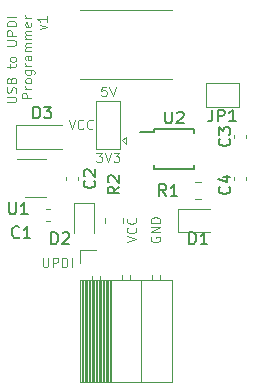
<source format=gbr>
%TF.GenerationSoftware,KiCad,Pcbnew,(5.1.9)-1*%
%TF.CreationDate,2022-01-17T18:13:00-05:00*%
%TF.ProjectId,USBUPDI,55534255-5044-4492-9e6b-696361645f70,rev?*%
%TF.SameCoordinates,Original*%
%TF.FileFunction,Legend,Top*%
%TF.FilePolarity,Positive*%
%FSLAX46Y46*%
G04 Gerber Fmt 4.6, Leading zero omitted, Abs format (unit mm)*
G04 Created by KiCad (PCBNEW (5.1.9)-1) date 2022-01-17 18:13:00*
%MOMM*%
%LPD*%
G01*
G04 APERTURE LIST*
%ADD10C,0.100000*%
%ADD11C,0.150000*%
%ADD12C,0.120000*%
G04 APERTURE END LIST*
D10*
X176599904Y-147624666D02*
X177399904Y-147358000D01*
X176599904Y-147091333D01*
X177323714Y-146367523D02*
X177361809Y-146405619D01*
X177399904Y-146519904D01*
X177399904Y-146596095D01*
X177361809Y-146710380D01*
X177285619Y-146786571D01*
X177209428Y-146824666D01*
X177057047Y-146862761D01*
X176942761Y-146862761D01*
X176790380Y-146824666D01*
X176714190Y-146786571D01*
X176638000Y-146710380D01*
X176599904Y-146596095D01*
X176599904Y-146519904D01*
X176638000Y-146405619D01*
X176676095Y-146367523D01*
X177323714Y-145567523D02*
X177361809Y-145605619D01*
X177399904Y-145719904D01*
X177399904Y-145796095D01*
X177361809Y-145910380D01*
X177285619Y-145986571D01*
X177209428Y-146024666D01*
X177057047Y-146062761D01*
X176942761Y-146062761D01*
X176790380Y-146024666D01*
X176714190Y-145986571D01*
X176638000Y-145910380D01*
X176599904Y-145796095D01*
X176599904Y-145719904D01*
X176638000Y-145605619D01*
X176676095Y-145567523D01*
X178670000Y-147167523D02*
X178631904Y-147243714D01*
X178631904Y-147358000D01*
X178670000Y-147472285D01*
X178746190Y-147548476D01*
X178822380Y-147586571D01*
X178974761Y-147624666D01*
X179089047Y-147624666D01*
X179241428Y-147586571D01*
X179317619Y-147548476D01*
X179393809Y-147472285D01*
X179431904Y-147358000D01*
X179431904Y-147281809D01*
X179393809Y-147167523D01*
X179355714Y-147129428D01*
X179089047Y-147129428D01*
X179089047Y-147281809D01*
X179431904Y-146786571D02*
X178631904Y-146786571D01*
X179431904Y-146329428D01*
X178631904Y-146329428D01*
X179431904Y-145948476D02*
X178631904Y-145948476D01*
X178631904Y-145758000D01*
X178670000Y-145643714D01*
X178746190Y-145567523D01*
X178822380Y-145529428D01*
X178974761Y-145491333D01*
X179089047Y-145491333D01*
X179241428Y-145529428D01*
X179317619Y-145567523D01*
X179393809Y-145643714D01*
X179431904Y-145758000D01*
X179431904Y-145948476D01*
X169468952Y-148913904D02*
X169468952Y-149561523D01*
X169507047Y-149637714D01*
X169545142Y-149675809D01*
X169621333Y-149713904D01*
X169773714Y-149713904D01*
X169849904Y-149675809D01*
X169888000Y-149637714D01*
X169926095Y-149561523D01*
X169926095Y-148913904D01*
X170307047Y-149713904D02*
X170307047Y-148913904D01*
X170611809Y-148913904D01*
X170688000Y-148952000D01*
X170726095Y-148990095D01*
X170764190Y-149066285D01*
X170764190Y-149180571D01*
X170726095Y-149256761D01*
X170688000Y-149294857D01*
X170611809Y-149332952D01*
X170307047Y-149332952D01*
X171107047Y-149713904D02*
X171107047Y-148913904D01*
X171297523Y-148913904D01*
X171411809Y-148952000D01*
X171488000Y-149028190D01*
X171526095Y-149104380D01*
X171564190Y-149256761D01*
X171564190Y-149371047D01*
X171526095Y-149523428D01*
X171488000Y-149599619D01*
X171411809Y-149675809D01*
X171297523Y-149713904D01*
X171107047Y-149713904D01*
X171907047Y-149713904D02*
X171907047Y-148913904D01*
X166409904Y-135763571D02*
X167057523Y-135763571D01*
X167133714Y-135725476D01*
X167171809Y-135687380D01*
X167209904Y-135611190D01*
X167209904Y-135458809D01*
X167171809Y-135382619D01*
X167133714Y-135344523D01*
X167057523Y-135306428D01*
X166409904Y-135306428D01*
X167171809Y-134963571D02*
X167209904Y-134849285D01*
X167209904Y-134658809D01*
X167171809Y-134582619D01*
X167133714Y-134544523D01*
X167057523Y-134506428D01*
X166981333Y-134506428D01*
X166905142Y-134544523D01*
X166867047Y-134582619D01*
X166828952Y-134658809D01*
X166790857Y-134811190D01*
X166752761Y-134887380D01*
X166714666Y-134925476D01*
X166638476Y-134963571D01*
X166562285Y-134963571D01*
X166486095Y-134925476D01*
X166448000Y-134887380D01*
X166409904Y-134811190D01*
X166409904Y-134620714D01*
X166448000Y-134506428D01*
X166790857Y-133896904D02*
X166828952Y-133782619D01*
X166867047Y-133744523D01*
X166943238Y-133706428D01*
X167057523Y-133706428D01*
X167133714Y-133744523D01*
X167171809Y-133782619D01*
X167209904Y-133858809D01*
X167209904Y-134163571D01*
X166409904Y-134163571D01*
X166409904Y-133896904D01*
X166448000Y-133820714D01*
X166486095Y-133782619D01*
X166562285Y-133744523D01*
X166638476Y-133744523D01*
X166714666Y-133782619D01*
X166752761Y-133820714D01*
X166790857Y-133896904D01*
X166790857Y-134163571D01*
X166676571Y-132868333D02*
X166676571Y-132563571D01*
X166409904Y-132754047D02*
X167095619Y-132754047D01*
X167171809Y-132715952D01*
X167209904Y-132639761D01*
X167209904Y-132563571D01*
X167209904Y-132182619D02*
X167171809Y-132258809D01*
X167133714Y-132296904D01*
X167057523Y-132335000D01*
X166828952Y-132335000D01*
X166752761Y-132296904D01*
X166714666Y-132258809D01*
X166676571Y-132182619D01*
X166676571Y-132068333D01*
X166714666Y-131992142D01*
X166752761Y-131954047D01*
X166828952Y-131915952D01*
X167057523Y-131915952D01*
X167133714Y-131954047D01*
X167171809Y-131992142D01*
X167209904Y-132068333D01*
X167209904Y-132182619D01*
X166409904Y-130963571D02*
X167057523Y-130963571D01*
X167133714Y-130925476D01*
X167171809Y-130887380D01*
X167209904Y-130811190D01*
X167209904Y-130658809D01*
X167171809Y-130582619D01*
X167133714Y-130544523D01*
X167057523Y-130506428D01*
X166409904Y-130506428D01*
X167209904Y-130125476D02*
X166409904Y-130125476D01*
X166409904Y-129820714D01*
X166448000Y-129744523D01*
X166486095Y-129706428D01*
X166562285Y-129668333D01*
X166676571Y-129668333D01*
X166752761Y-129706428D01*
X166790857Y-129744523D01*
X166828952Y-129820714D01*
X166828952Y-130125476D01*
X167209904Y-129325476D02*
X166409904Y-129325476D01*
X166409904Y-129135000D01*
X166448000Y-129020714D01*
X166524190Y-128944523D01*
X166600380Y-128906428D01*
X166752761Y-128868333D01*
X166867047Y-128868333D01*
X167019428Y-128906428D01*
X167095619Y-128944523D01*
X167171809Y-129020714D01*
X167209904Y-129135000D01*
X167209904Y-129325476D01*
X167209904Y-128525476D02*
X166409904Y-128525476D01*
X168509904Y-135420714D02*
X167709904Y-135420714D01*
X167709904Y-135115952D01*
X167748000Y-135039761D01*
X167786095Y-135001666D01*
X167862285Y-134963571D01*
X167976571Y-134963571D01*
X168052761Y-135001666D01*
X168090857Y-135039761D01*
X168128952Y-135115952D01*
X168128952Y-135420714D01*
X168509904Y-134620714D02*
X167976571Y-134620714D01*
X168128952Y-134620714D02*
X168052761Y-134582619D01*
X168014666Y-134544523D01*
X167976571Y-134468333D01*
X167976571Y-134392142D01*
X168509904Y-134011190D02*
X168471809Y-134087380D01*
X168433714Y-134125476D01*
X168357523Y-134163571D01*
X168128952Y-134163571D01*
X168052761Y-134125476D01*
X168014666Y-134087380D01*
X167976571Y-134011190D01*
X167976571Y-133896904D01*
X168014666Y-133820714D01*
X168052761Y-133782619D01*
X168128952Y-133744523D01*
X168357523Y-133744523D01*
X168433714Y-133782619D01*
X168471809Y-133820714D01*
X168509904Y-133896904D01*
X168509904Y-134011190D01*
X167976571Y-133058809D02*
X168624190Y-133058809D01*
X168700380Y-133096904D01*
X168738476Y-133135000D01*
X168776571Y-133211190D01*
X168776571Y-133325476D01*
X168738476Y-133401666D01*
X168471809Y-133058809D02*
X168509904Y-133135000D01*
X168509904Y-133287380D01*
X168471809Y-133363571D01*
X168433714Y-133401666D01*
X168357523Y-133439761D01*
X168128952Y-133439761D01*
X168052761Y-133401666D01*
X168014666Y-133363571D01*
X167976571Y-133287380D01*
X167976571Y-133135000D01*
X168014666Y-133058809D01*
X168509904Y-132677857D02*
X167976571Y-132677857D01*
X168128952Y-132677857D02*
X168052761Y-132639761D01*
X168014666Y-132601666D01*
X167976571Y-132525476D01*
X167976571Y-132449285D01*
X168509904Y-131839761D02*
X168090857Y-131839761D01*
X168014666Y-131877857D01*
X167976571Y-131954047D01*
X167976571Y-132106428D01*
X168014666Y-132182619D01*
X168471809Y-131839761D02*
X168509904Y-131915952D01*
X168509904Y-132106428D01*
X168471809Y-132182619D01*
X168395619Y-132220714D01*
X168319428Y-132220714D01*
X168243238Y-132182619D01*
X168205142Y-132106428D01*
X168205142Y-131915952D01*
X168167047Y-131839761D01*
X168509904Y-131458809D02*
X167976571Y-131458809D01*
X168052761Y-131458809D02*
X168014666Y-131420714D01*
X167976571Y-131344523D01*
X167976571Y-131230238D01*
X168014666Y-131154047D01*
X168090857Y-131115952D01*
X168509904Y-131115952D01*
X168090857Y-131115952D02*
X168014666Y-131077857D01*
X167976571Y-131001666D01*
X167976571Y-130887380D01*
X168014666Y-130811190D01*
X168090857Y-130773095D01*
X168509904Y-130773095D01*
X168509904Y-130392142D02*
X167976571Y-130392142D01*
X168052761Y-130392142D02*
X168014666Y-130354047D01*
X167976571Y-130277857D01*
X167976571Y-130163571D01*
X168014666Y-130087380D01*
X168090857Y-130049285D01*
X168509904Y-130049285D01*
X168090857Y-130049285D02*
X168014666Y-130011190D01*
X167976571Y-129935000D01*
X167976571Y-129820714D01*
X168014666Y-129744523D01*
X168090857Y-129706428D01*
X168509904Y-129706428D01*
X168471809Y-129020714D02*
X168509904Y-129096904D01*
X168509904Y-129249285D01*
X168471809Y-129325476D01*
X168395619Y-129363571D01*
X168090857Y-129363571D01*
X168014666Y-129325476D01*
X167976571Y-129249285D01*
X167976571Y-129096904D01*
X168014666Y-129020714D01*
X168090857Y-128982619D01*
X168167047Y-128982619D01*
X168243238Y-129363571D01*
X168509904Y-128639761D02*
X167976571Y-128639761D01*
X168128952Y-128639761D02*
X168052761Y-128601666D01*
X168014666Y-128563571D01*
X167976571Y-128487380D01*
X167976571Y-128411190D01*
X169276571Y-129592142D02*
X169809904Y-129401666D01*
X169276571Y-129211190D01*
X169809904Y-128487380D02*
X169809904Y-128944523D01*
X169809904Y-128715952D02*
X169009904Y-128715952D01*
X169124190Y-128792142D01*
X169200380Y-128868333D01*
X169238476Y-128944523D01*
X174015523Y-140023904D02*
X174510761Y-140023904D01*
X174244095Y-140328666D01*
X174358380Y-140328666D01*
X174434571Y-140366761D01*
X174472666Y-140404857D01*
X174510761Y-140481047D01*
X174510761Y-140671523D01*
X174472666Y-140747714D01*
X174434571Y-140785809D01*
X174358380Y-140823904D01*
X174129809Y-140823904D01*
X174053619Y-140785809D01*
X174015523Y-140747714D01*
X174739333Y-140023904D02*
X175006000Y-140823904D01*
X175272666Y-140023904D01*
X175463142Y-140023904D02*
X175958380Y-140023904D01*
X175691714Y-140328666D01*
X175806000Y-140328666D01*
X175882190Y-140366761D01*
X175920285Y-140404857D01*
X175958380Y-140481047D01*
X175958380Y-140671523D01*
X175920285Y-140747714D01*
X175882190Y-140785809D01*
X175806000Y-140823904D01*
X175577428Y-140823904D01*
X175501238Y-140785809D01*
X175463142Y-140747714D01*
X174853619Y-134435904D02*
X174472666Y-134435904D01*
X174434571Y-134816857D01*
X174472666Y-134778761D01*
X174548857Y-134740666D01*
X174739333Y-134740666D01*
X174815523Y-134778761D01*
X174853619Y-134816857D01*
X174891714Y-134893047D01*
X174891714Y-135083523D01*
X174853619Y-135159714D01*
X174815523Y-135197809D01*
X174739333Y-135235904D01*
X174548857Y-135235904D01*
X174472666Y-135197809D01*
X174434571Y-135159714D01*
X175120285Y-134435904D02*
X175386952Y-135235904D01*
X175653619Y-134435904D01*
D11*
%TO.C,U2*%
X178919000Y-138250000D02*
X177694000Y-138250000D01*
X178919000Y-141375000D02*
X182269000Y-141375000D01*
X178919000Y-138025000D02*
X182269000Y-138025000D01*
X178919000Y-141375000D02*
X178919000Y-141075000D01*
X182269000Y-141375000D02*
X182269000Y-141075000D01*
X182269000Y-138025000D02*
X182269000Y-138325000D01*
X178919000Y-138025000D02*
X178919000Y-138250000D01*
D12*
%TO.C,U1*%
X169770000Y-140606000D02*
X167320000Y-140606000D01*
X167970000Y-143826000D02*
X169770000Y-143826000D01*
%TO.C,R2*%
X174779000Y-145568936D02*
X174779000Y-146023064D01*
X176249000Y-145568936D02*
X176249000Y-146023064D01*
%TO.C,R1*%
X182398936Y-143991000D02*
X182853064Y-143991000D01*
X182398936Y-142521000D02*
X182853064Y-142521000D01*
%TO.C,VCC*%
X174006000Y-139718000D02*
X174006000Y-135618000D01*
X174006000Y-135618000D02*
X176006000Y-135618000D01*
X176006000Y-135618000D02*
X176006000Y-139718000D01*
X176006000Y-139718000D02*
X174006000Y-139718000D01*
X176206000Y-138968000D02*
X176506000Y-139268000D01*
X176506000Y-139268000D02*
X176506000Y-138668000D01*
X176206000Y-138968000D02*
X176506000Y-138668000D01*
%TO.C,JP1*%
X186058000Y-136128000D02*
X183258000Y-136128000D01*
X183258000Y-136128000D02*
X183258000Y-134128000D01*
X183258000Y-134128000D02*
X186058000Y-134128000D01*
X186058000Y-134128000D02*
X186058000Y-136128000D01*
%TO.C,J2*%
X172660000Y-149352000D02*
X172660000Y-148242000D01*
X172660000Y-148242000D02*
X173990000Y-148242000D01*
X172660000Y-159442000D02*
X180400000Y-159442000D01*
X180400000Y-159442000D02*
X180400000Y-150812000D01*
X172660000Y-150812000D02*
X180400000Y-150812000D01*
X172660000Y-159442000D02*
X172660000Y-150812000D01*
X177800000Y-159442000D02*
X177800000Y-150812000D01*
X175260000Y-159442000D02*
X175260000Y-150812000D01*
X179430000Y-150812000D02*
X179430000Y-150402000D01*
X178710000Y-150812000D02*
X178710000Y-150402000D01*
X176890000Y-150812000D02*
X176890000Y-150402000D01*
X176170000Y-150812000D02*
X176170000Y-150402000D01*
X174350000Y-150812000D02*
X174350000Y-150462000D01*
X173630000Y-150812000D02*
X173630000Y-150462000D01*
X175141900Y-159442000D02*
X175141900Y-150812000D01*
X175023805Y-159442000D02*
X175023805Y-150812000D01*
X174905710Y-159442000D02*
X174905710Y-150812000D01*
X174787615Y-159442000D02*
X174787615Y-150812000D01*
X174669520Y-159442000D02*
X174669520Y-150812000D01*
X174551425Y-159442000D02*
X174551425Y-150812000D01*
X174433330Y-159442000D02*
X174433330Y-150812000D01*
X174315235Y-159442000D02*
X174315235Y-150812000D01*
X174197140Y-159442000D02*
X174197140Y-150812000D01*
X174079045Y-159442000D02*
X174079045Y-150812000D01*
X173960950Y-159442000D02*
X173960950Y-150812000D01*
X173842855Y-159442000D02*
X173842855Y-150812000D01*
X173724760Y-159442000D02*
X173724760Y-150812000D01*
X173606665Y-159442000D02*
X173606665Y-150812000D01*
X173488570Y-159442000D02*
X173488570Y-150812000D01*
X173370475Y-159442000D02*
X173370475Y-150812000D01*
X173252380Y-159442000D02*
X173252380Y-150812000D01*
X173134285Y-159442000D02*
X173134285Y-150812000D01*
X173016190Y-159442000D02*
X173016190Y-150812000D01*
X172898095Y-159442000D02*
X172898095Y-150812000D01*
X172780000Y-159442000D02*
X172780000Y-150812000D01*
%TO.C,J1*%
X180430000Y-133798000D02*
X172630000Y-133798000D01*
X172630000Y-127918000D02*
X180430000Y-127918000D01*
%TO.C,D3*%
X167168000Y-137684000D02*
X171068000Y-137684000D01*
X167168000Y-139684000D02*
X171068000Y-139684000D01*
X167168000Y-137684000D02*
X167168000Y-139684000D01*
%TO.C,D2*%
X173824000Y-144296000D02*
X173824000Y-146846000D01*
X172124000Y-144296000D02*
X172124000Y-146846000D01*
X173824000Y-144296000D02*
X172124000Y-144296000D01*
%TO.C,D1*%
X180941000Y-146756000D02*
X183626000Y-146756000D01*
X180941000Y-144836000D02*
X180941000Y-146756000D01*
X183626000Y-144836000D02*
X180941000Y-144836000D01*
%TO.C,C4*%
X185672000Y-142099420D02*
X185672000Y-142380580D01*
X186692000Y-142099420D02*
X186692000Y-142380580D01*
%TO.C,C3*%
X185672000Y-138543420D02*
X185672000Y-138824580D01*
X186692000Y-138543420D02*
X186692000Y-138824580D01*
%TO.C,C2*%
X172468000Y-142099420D02*
X172468000Y-142380580D01*
X171448000Y-142099420D02*
X171448000Y-142380580D01*
%TO.C,C1*%
X169785420Y-145798000D02*
X170066580Y-145798000D01*
X169785420Y-144778000D02*
X170066580Y-144778000D01*
%TO.C,*%
D11*
%TO.C,U2*%
X179832095Y-136552380D02*
X179832095Y-137361904D01*
X179879714Y-137457142D01*
X179927333Y-137504761D01*
X180022571Y-137552380D01*
X180213047Y-137552380D01*
X180308285Y-137504761D01*
X180355904Y-137457142D01*
X180403523Y-137361904D01*
X180403523Y-136552380D01*
X180832095Y-136647619D02*
X180879714Y-136600000D01*
X180974952Y-136552380D01*
X181213047Y-136552380D01*
X181308285Y-136600000D01*
X181355904Y-136647619D01*
X181403523Y-136742857D01*
X181403523Y-136838095D01*
X181355904Y-136980952D01*
X180784476Y-137552380D01*
X181403523Y-137552380D01*
%TO.C,U1*%
X166624095Y-144232380D02*
X166624095Y-145041904D01*
X166671714Y-145137142D01*
X166719333Y-145184761D01*
X166814571Y-145232380D01*
X167005047Y-145232380D01*
X167100285Y-145184761D01*
X167147904Y-145137142D01*
X167195523Y-145041904D01*
X167195523Y-144232380D01*
X168195523Y-145232380D02*
X167624095Y-145232380D01*
X167909809Y-145232380D02*
X167909809Y-144232380D01*
X167814571Y-144375238D01*
X167719333Y-144470476D01*
X167624095Y-144518095D01*
%TO.C,R2*%
X175966380Y-142914666D02*
X175490190Y-143248000D01*
X175966380Y-143486095D02*
X174966380Y-143486095D01*
X174966380Y-143105142D01*
X175014000Y-143009904D01*
X175061619Y-142962285D01*
X175156857Y-142914666D01*
X175299714Y-142914666D01*
X175394952Y-142962285D01*
X175442571Y-143009904D01*
X175490190Y-143105142D01*
X175490190Y-143486095D01*
X175061619Y-142533714D02*
X175014000Y-142486095D01*
X174966380Y-142390857D01*
X174966380Y-142152761D01*
X175014000Y-142057523D01*
X175061619Y-142009904D01*
X175156857Y-141962285D01*
X175252095Y-141962285D01*
X175394952Y-142009904D01*
X175966380Y-142581333D01*
X175966380Y-141962285D01*
%TO.C,R1*%
X179919333Y-143708380D02*
X179586000Y-143232190D01*
X179347904Y-143708380D02*
X179347904Y-142708380D01*
X179728857Y-142708380D01*
X179824095Y-142756000D01*
X179871714Y-142803619D01*
X179919333Y-142898857D01*
X179919333Y-143041714D01*
X179871714Y-143136952D01*
X179824095Y-143184571D01*
X179728857Y-143232190D01*
X179347904Y-143232190D01*
X180871714Y-143708380D02*
X180300285Y-143708380D01*
X180586000Y-143708380D02*
X180586000Y-142708380D01*
X180490761Y-142851238D01*
X180395523Y-142946476D01*
X180300285Y-142994095D01*
%TO.C,VCC*%
D10*
X171653333Y-137229904D02*
X171920000Y-138029904D01*
X172186666Y-137229904D01*
X172910476Y-137953714D02*
X172872380Y-137991809D01*
X172758095Y-138029904D01*
X172681904Y-138029904D01*
X172567619Y-137991809D01*
X172491428Y-137915619D01*
X172453333Y-137839428D01*
X172415238Y-137687047D01*
X172415238Y-137572761D01*
X172453333Y-137420380D01*
X172491428Y-137344190D01*
X172567619Y-137268000D01*
X172681904Y-137229904D01*
X172758095Y-137229904D01*
X172872380Y-137268000D01*
X172910476Y-137306095D01*
X173710476Y-137953714D02*
X173672380Y-137991809D01*
X173558095Y-138029904D01*
X173481904Y-138029904D01*
X173367619Y-137991809D01*
X173291428Y-137915619D01*
X173253333Y-137839428D01*
X173215238Y-137687047D01*
X173215238Y-137572761D01*
X173253333Y-137420380D01*
X173291428Y-137344190D01*
X173367619Y-137268000D01*
X173481904Y-137229904D01*
X173558095Y-137229904D01*
X173672380Y-137268000D01*
X173710476Y-137306095D01*
%TO.C,JP1*%
D11*
X183824666Y-136380380D02*
X183824666Y-137094666D01*
X183777047Y-137237523D01*
X183681809Y-137332761D01*
X183538952Y-137380380D01*
X183443714Y-137380380D01*
X184300857Y-137380380D02*
X184300857Y-136380380D01*
X184681809Y-136380380D01*
X184777047Y-136428000D01*
X184824666Y-136475619D01*
X184872285Y-136570857D01*
X184872285Y-136713714D01*
X184824666Y-136808952D01*
X184777047Y-136856571D01*
X184681809Y-136904190D01*
X184300857Y-136904190D01*
X185824666Y-137380380D02*
X185253238Y-137380380D01*
X185538952Y-137380380D02*
X185538952Y-136380380D01*
X185443714Y-136523238D01*
X185348476Y-136618476D01*
X185253238Y-136666095D01*
%TO.C,D3*%
X168679904Y-137136380D02*
X168679904Y-136136380D01*
X168918000Y-136136380D01*
X169060857Y-136184000D01*
X169156095Y-136279238D01*
X169203714Y-136374476D01*
X169251333Y-136564952D01*
X169251333Y-136707809D01*
X169203714Y-136898285D01*
X169156095Y-136993523D01*
X169060857Y-137088761D01*
X168918000Y-137136380D01*
X168679904Y-137136380D01*
X169584666Y-136136380D02*
X170203714Y-136136380D01*
X169870380Y-136517333D01*
X170013238Y-136517333D01*
X170108476Y-136564952D01*
X170156095Y-136612571D01*
X170203714Y-136707809D01*
X170203714Y-136945904D01*
X170156095Y-137041142D01*
X170108476Y-137088761D01*
X170013238Y-137136380D01*
X169727523Y-137136380D01*
X169632285Y-137088761D01*
X169584666Y-137041142D01*
%TO.C,D2*%
X170203904Y-147772380D02*
X170203904Y-146772380D01*
X170442000Y-146772380D01*
X170584857Y-146820000D01*
X170680095Y-146915238D01*
X170727714Y-147010476D01*
X170775333Y-147200952D01*
X170775333Y-147343809D01*
X170727714Y-147534285D01*
X170680095Y-147629523D01*
X170584857Y-147724761D01*
X170442000Y-147772380D01*
X170203904Y-147772380D01*
X171156285Y-146867619D02*
X171203904Y-146820000D01*
X171299142Y-146772380D01*
X171537238Y-146772380D01*
X171632476Y-146820000D01*
X171680095Y-146867619D01*
X171727714Y-146962857D01*
X171727714Y-147058095D01*
X171680095Y-147200952D01*
X171108666Y-147772380D01*
X171727714Y-147772380D01*
%TO.C,D1*%
X181887904Y-147772380D02*
X181887904Y-146772380D01*
X182126000Y-146772380D01*
X182268857Y-146820000D01*
X182364095Y-146915238D01*
X182411714Y-147010476D01*
X182459333Y-147200952D01*
X182459333Y-147343809D01*
X182411714Y-147534285D01*
X182364095Y-147629523D01*
X182268857Y-147724761D01*
X182126000Y-147772380D01*
X181887904Y-147772380D01*
X183411714Y-147772380D02*
X182840285Y-147772380D01*
X183126000Y-147772380D02*
X183126000Y-146772380D01*
X183030761Y-146915238D01*
X182935523Y-147010476D01*
X182840285Y-147058095D01*
%TO.C,C4*%
X185269142Y-142914666D02*
X185316761Y-142962285D01*
X185364380Y-143105142D01*
X185364380Y-143200380D01*
X185316761Y-143343238D01*
X185221523Y-143438476D01*
X185126285Y-143486095D01*
X184935809Y-143533714D01*
X184792952Y-143533714D01*
X184602476Y-143486095D01*
X184507238Y-143438476D01*
X184412000Y-143343238D01*
X184364380Y-143200380D01*
X184364380Y-143105142D01*
X184412000Y-142962285D01*
X184459619Y-142914666D01*
X184697714Y-142057523D02*
X185364380Y-142057523D01*
X184316761Y-142295619D02*
X185031047Y-142533714D01*
X185031047Y-141914666D01*
%TO.C,C3*%
X185269142Y-138850666D02*
X185316761Y-138898285D01*
X185364380Y-139041142D01*
X185364380Y-139136380D01*
X185316761Y-139279238D01*
X185221523Y-139374476D01*
X185126285Y-139422095D01*
X184935809Y-139469714D01*
X184792952Y-139469714D01*
X184602476Y-139422095D01*
X184507238Y-139374476D01*
X184412000Y-139279238D01*
X184364380Y-139136380D01*
X184364380Y-139041142D01*
X184412000Y-138898285D01*
X184459619Y-138850666D01*
X184364380Y-138517333D02*
X184364380Y-137898285D01*
X184745333Y-138231619D01*
X184745333Y-138088761D01*
X184792952Y-137993523D01*
X184840571Y-137945904D01*
X184935809Y-137898285D01*
X185173904Y-137898285D01*
X185269142Y-137945904D01*
X185316761Y-137993523D01*
X185364380Y-138088761D01*
X185364380Y-138374476D01*
X185316761Y-138469714D01*
X185269142Y-138517333D01*
%TO.C,C2*%
X173839142Y-142406666D02*
X173886761Y-142454285D01*
X173934380Y-142597142D01*
X173934380Y-142692380D01*
X173886761Y-142835238D01*
X173791523Y-142930476D01*
X173696285Y-142978095D01*
X173505809Y-143025714D01*
X173362952Y-143025714D01*
X173172476Y-142978095D01*
X173077238Y-142930476D01*
X172982000Y-142835238D01*
X172934380Y-142692380D01*
X172934380Y-142597142D01*
X172982000Y-142454285D01*
X173029619Y-142406666D01*
X173029619Y-142025714D02*
X172982000Y-141978095D01*
X172934380Y-141882857D01*
X172934380Y-141644761D01*
X172982000Y-141549523D01*
X173029619Y-141501904D01*
X173124857Y-141454285D01*
X173220095Y-141454285D01*
X173362952Y-141501904D01*
X173934380Y-142073333D01*
X173934380Y-141454285D01*
%TO.C,C1*%
X167473333Y-147169142D02*
X167425714Y-147216761D01*
X167282857Y-147264380D01*
X167187619Y-147264380D01*
X167044761Y-147216761D01*
X166949523Y-147121523D01*
X166901904Y-147026285D01*
X166854285Y-146835809D01*
X166854285Y-146692952D01*
X166901904Y-146502476D01*
X166949523Y-146407238D01*
X167044761Y-146312000D01*
X167187619Y-146264380D01*
X167282857Y-146264380D01*
X167425714Y-146312000D01*
X167473333Y-146359619D01*
X168425714Y-147264380D02*
X167854285Y-147264380D01*
X168140000Y-147264380D02*
X168140000Y-146264380D01*
X168044761Y-146407238D01*
X167949523Y-146502476D01*
X167854285Y-146550095D01*
%TD*%
M02*

</source>
